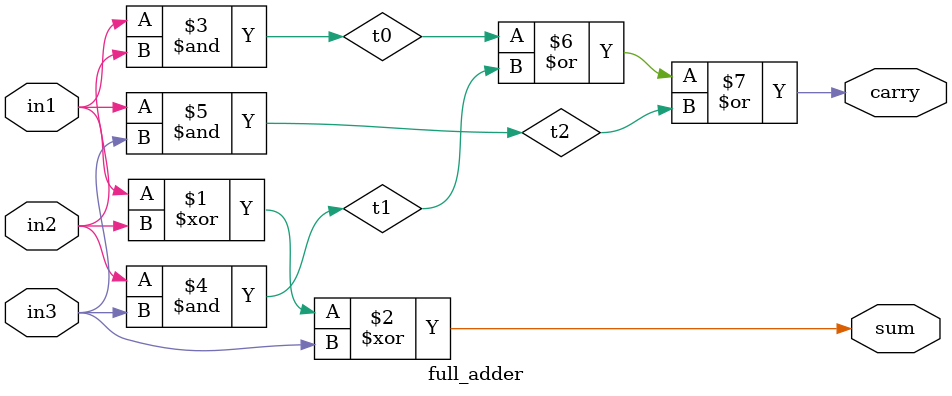
<source format=v>
module full_adder(sum, carry, in1, in2, in3);
	input in1, in2, in3;
	output sum, carry;
	wire t0, t1, t2;

	xor G1(sum, in1, in2, in3);
	and G2(t0, in1, in2);
	and G3(t1, in2, in3);
	and G4(t2, in1, in3);
	or G5(carry, t0, t1, t2);
endmodule

</source>
